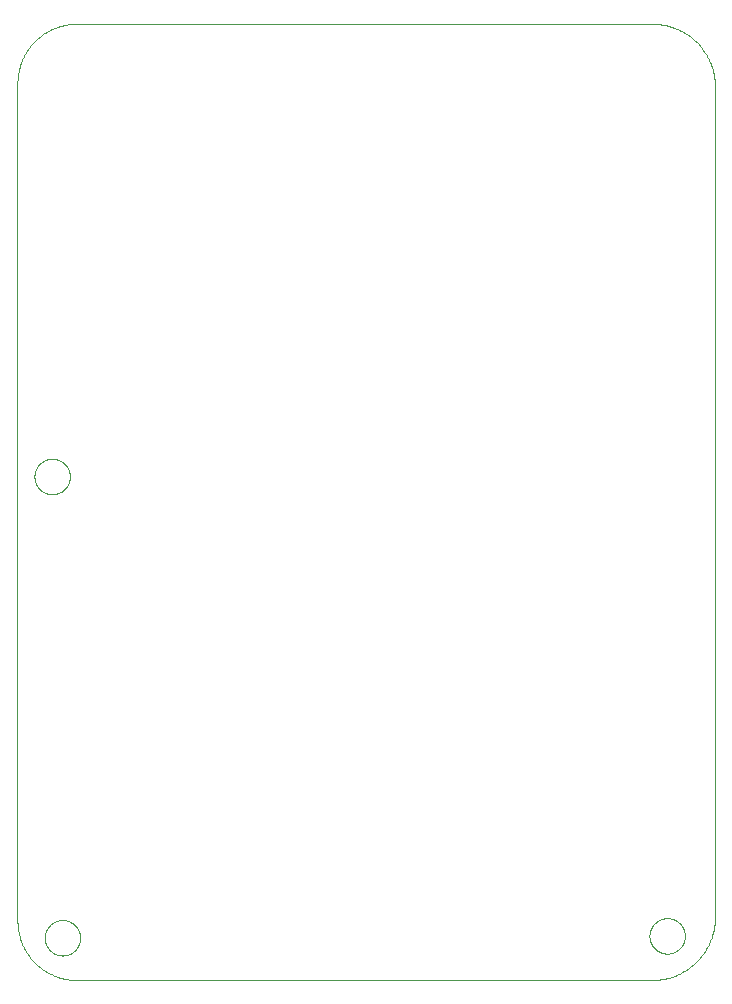
<source format=gko>
G75*
%MOIN*%
%OFA0B0*%
%FSLAX25Y25*%
%IPPOS*%
%LPD*%
%AMOC8*
5,1,8,0,0,1.08239X$1,22.5*
%
%ADD10C,0.00000*%
D10*
X0001000Y0020722D02*
X0001000Y0300063D01*
X0001006Y0300539D01*
X0001023Y0301014D01*
X0001052Y0301489D01*
X0001092Y0301963D01*
X0001144Y0302436D01*
X0001207Y0302907D01*
X0001281Y0303377D01*
X0001367Y0303845D01*
X0001464Y0304311D01*
X0001572Y0304774D01*
X0001691Y0305234D01*
X0001822Y0305692D01*
X0001963Y0306146D01*
X0002116Y0306597D01*
X0002279Y0307043D01*
X0002453Y0307486D01*
X0002638Y0307924D01*
X0002833Y0308358D01*
X0003039Y0308787D01*
X0003255Y0309211D01*
X0003481Y0309630D01*
X0003717Y0310043D01*
X0003963Y0310450D01*
X0004219Y0310851D01*
X0004485Y0311245D01*
X0004760Y0311634D01*
X0005044Y0312015D01*
X0005337Y0312389D01*
X0005639Y0312757D01*
X0005951Y0313117D01*
X0006270Y0313469D01*
X0006598Y0313813D01*
X0006935Y0314150D01*
X0007279Y0314478D01*
X0007631Y0314797D01*
X0007991Y0315109D01*
X0008359Y0315411D01*
X0008733Y0315704D01*
X0009114Y0315988D01*
X0009503Y0316263D01*
X0009897Y0316529D01*
X0010298Y0316785D01*
X0010705Y0317031D01*
X0011118Y0317267D01*
X0011537Y0317493D01*
X0011961Y0317709D01*
X0012390Y0317915D01*
X0012824Y0318110D01*
X0013262Y0318295D01*
X0013705Y0318469D01*
X0014151Y0318632D01*
X0014602Y0318785D01*
X0015056Y0318926D01*
X0015514Y0319057D01*
X0015974Y0319176D01*
X0016437Y0319284D01*
X0016903Y0319381D01*
X0017371Y0319467D01*
X0017841Y0319541D01*
X0018312Y0319604D01*
X0018785Y0319656D01*
X0019259Y0319696D01*
X0019734Y0319725D01*
X0020209Y0319742D01*
X0020685Y0319748D01*
X0211266Y0319748D01*
X0211772Y0319772D01*
X0212279Y0319784D01*
X0212786Y0319783D01*
X0213292Y0319771D01*
X0213799Y0319746D01*
X0214304Y0319709D01*
X0214808Y0319659D01*
X0215311Y0319598D01*
X0215813Y0319524D01*
X0216312Y0319439D01*
X0216810Y0319341D01*
X0217304Y0319231D01*
X0217796Y0319109D01*
X0218285Y0318976D01*
X0218771Y0318831D01*
X0219253Y0318674D01*
X0219731Y0318505D01*
X0220204Y0318325D01*
X0220674Y0318133D01*
X0221138Y0317931D01*
X0221597Y0317717D01*
X0222052Y0317492D01*
X0222500Y0317256D01*
X0222943Y0317009D01*
X0223380Y0316752D01*
X0223810Y0316484D01*
X0224234Y0316206D01*
X0224650Y0315918D01*
X0225060Y0315620D01*
X0225463Y0315312D01*
X0225858Y0314994D01*
X0226245Y0314667D01*
X0226624Y0314331D01*
X0226995Y0313985D01*
X0227357Y0313631D01*
X0227711Y0313268D01*
X0228056Y0312897D01*
X0228391Y0312517D01*
X0228718Y0312129D01*
X0229035Y0311734D01*
X0229342Y0311331D01*
X0229640Y0310921D01*
X0229927Y0310504D01*
X0230205Y0310079D01*
X0230472Y0309649D01*
X0230728Y0309212D01*
X0230974Y0308768D01*
X0231210Y0308320D01*
X0231434Y0307865D01*
X0231647Y0307405D01*
X0231849Y0306941D01*
X0232040Y0306471D01*
X0232219Y0305997D01*
X0232387Y0305519D01*
X0232543Y0305037D01*
X0232688Y0304551D01*
X0232821Y0304062D01*
X0232941Y0303570D01*
X0233050Y0303075D01*
X0233147Y0302577D01*
X0233232Y0302078D01*
X0233305Y0301576D01*
X0233366Y0301073D01*
X0233414Y0300568D01*
X0233451Y0300063D01*
X0233451Y0020722D01*
X0211656Y0015725D02*
X0211658Y0015878D01*
X0211664Y0016032D01*
X0211674Y0016185D01*
X0211688Y0016337D01*
X0211706Y0016490D01*
X0211728Y0016641D01*
X0211753Y0016792D01*
X0211783Y0016943D01*
X0211817Y0017093D01*
X0211854Y0017241D01*
X0211895Y0017389D01*
X0211940Y0017535D01*
X0211989Y0017681D01*
X0212042Y0017825D01*
X0212098Y0017967D01*
X0212158Y0018108D01*
X0212222Y0018248D01*
X0212289Y0018386D01*
X0212360Y0018522D01*
X0212435Y0018656D01*
X0212512Y0018788D01*
X0212594Y0018918D01*
X0212678Y0019046D01*
X0212766Y0019172D01*
X0212857Y0019295D01*
X0212951Y0019416D01*
X0213049Y0019534D01*
X0213149Y0019650D01*
X0213253Y0019763D01*
X0213359Y0019874D01*
X0213468Y0019982D01*
X0213580Y0020087D01*
X0213694Y0020188D01*
X0213812Y0020287D01*
X0213931Y0020383D01*
X0214053Y0020476D01*
X0214178Y0020565D01*
X0214305Y0020652D01*
X0214434Y0020734D01*
X0214565Y0020814D01*
X0214698Y0020890D01*
X0214833Y0020963D01*
X0214970Y0021032D01*
X0215109Y0021097D01*
X0215249Y0021159D01*
X0215391Y0021217D01*
X0215534Y0021272D01*
X0215679Y0021323D01*
X0215825Y0021370D01*
X0215972Y0021413D01*
X0216120Y0021452D01*
X0216269Y0021488D01*
X0216419Y0021519D01*
X0216570Y0021547D01*
X0216721Y0021571D01*
X0216874Y0021591D01*
X0217026Y0021607D01*
X0217179Y0021619D01*
X0217332Y0021627D01*
X0217485Y0021631D01*
X0217639Y0021631D01*
X0217792Y0021627D01*
X0217945Y0021619D01*
X0218098Y0021607D01*
X0218250Y0021591D01*
X0218403Y0021571D01*
X0218554Y0021547D01*
X0218705Y0021519D01*
X0218855Y0021488D01*
X0219004Y0021452D01*
X0219152Y0021413D01*
X0219299Y0021370D01*
X0219445Y0021323D01*
X0219590Y0021272D01*
X0219733Y0021217D01*
X0219875Y0021159D01*
X0220015Y0021097D01*
X0220154Y0021032D01*
X0220291Y0020963D01*
X0220426Y0020890D01*
X0220559Y0020814D01*
X0220690Y0020734D01*
X0220819Y0020652D01*
X0220946Y0020565D01*
X0221071Y0020476D01*
X0221193Y0020383D01*
X0221312Y0020287D01*
X0221430Y0020188D01*
X0221544Y0020087D01*
X0221656Y0019982D01*
X0221765Y0019874D01*
X0221871Y0019763D01*
X0221975Y0019650D01*
X0222075Y0019534D01*
X0222173Y0019416D01*
X0222267Y0019295D01*
X0222358Y0019172D01*
X0222446Y0019046D01*
X0222530Y0018918D01*
X0222612Y0018788D01*
X0222689Y0018656D01*
X0222764Y0018522D01*
X0222835Y0018386D01*
X0222902Y0018248D01*
X0222966Y0018108D01*
X0223026Y0017967D01*
X0223082Y0017825D01*
X0223135Y0017681D01*
X0223184Y0017535D01*
X0223229Y0017389D01*
X0223270Y0017241D01*
X0223307Y0017093D01*
X0223341Y0016943D01*
X0223371Y0016792D01*
X0223396Y0016641D01*
X0223418Y0016490D01*
X0223436Y0016337D01*
X0223450Y0016185D01*
X0223460Y0016032D01*
X0223466Y0015878D01*
X0223468Y0015725D01*
X0223466Y0015572D01*
X0223460Y0015418D01*
X0223450Y0015265D01*
X0223436Y0015113D01*
X0223418Y0014960D01*
X0223396Y0014809D01*
X0223371Y0014658D01*
X0223341Y0014507D01*
X0223307Y0014357D01*
X0223270Y0014209D01*
X0223229Y0014061D01*
X0223184Y0013915D01*
X0223135Y0013769D01*
X0223082Y0013625D01*
X0223026Y0013483D01*
X0222966Y0013342D01*
X0222902Y0013202D01*
X0222835Y0013064D01*
X0222764Y0012928D01*
X0222689Y0012794D01*
X0222612Y0012662D01*
X0222530Y0012532D01*
X0222446Y0012404D01*
X0222358Y0012278D01*
X0222267Y0012155D01*
X0222173Y0012034D01*
X0222075Y0011916D01*
X0221975Y0011800D01*
X0221871Y0011687D01*
X0221765Y0011576D01*
X0221656Y0011468D01*
X0221544Y0011363D01*
X0221430Y0011262D01*
X0221312Y0011163D01*
X0221193Y0011067D01*
X0221071Y0010974D01*
X0220946Y0010885D01*
X0220819Y0010798D01*
X0220690Y0010716D01*
X0220559Y0010636D01*
X0220426Y0010560D01*
X0220291Y0010487D01*
X0220154Y0010418D01*
X0220015Y0010353D01*
X0219875Y0010291D01*
X0219733Y0010233D01*
X0219590Y0010178D01*
X0219445Y0010127D01*
X0219299Y0010080D01*
X0219152Y0010037D01*
X0219004Y0009998D01*
X0218855Y0009962D01*
X0218705Y0009931D01*
X0218554Y0009903D01*
X0218403Y0009879D01*
X0218250Y0009859D01*
X0218098Y0009843D01*
X0217945Y0009831D01*
X0217792Y0009823D01*
X0217639Y0009819D01*
X0217485Y0009819D01*
X0217332Y0009823D01*
X0217179Y0009831D01*
X0217026Y0009843D01*
X0216874Y0009859D01*
X0216721Y0009879D01*
X0216570Y0009903D01*
X0216419Y0009931D01*
X0216269Y0009962D01*
X0216120Y0009998D01*
X0215972Y0010037D01*
X0215825Y0010080D01*
X0215679Y0010127D01*
X0215534Y0010178D01*
X0215391Y0010233D01*
X0215249Y0010291D01*
X0215109Y0010353D01*
X0214970Y0010418D01*
X0214833Y0010487D01*
X0214698Y0010560D01*
X0214565Y0010636D01*
X0214434Y0010716D01*
X0214305Y0010798D01*
X0214178Y0010885D01*
X0214053Y0010974D01*
X0213931Y0011067D01*
X0213812Y0011163D01*
X0213694Y0011262D01*
X0213580Y0011363D01*
X0213468Y0011468D01*
X0213359Y0011576D01*
X0213253Y0011687D01*
X0213149Y0011800D01*
X0213049Y0011916D01*
X0212951Y0012034D01*
X0212857Y0012155D01*
X0212766Y0012278D01*
X0212678Y0012404D01*
X0212594Y0012532D01*
X0212512Y0012662D01*
X0212435Y0012794D01*
X0212360Y0012928D01*
X0212289Y0013064D01*
X0212222Y0013202D01*
X0212158Y0013342D01*
X0212098Y0013483D01*
X0212042Y0013625D01*
X0211989Y0013769D01*
X0211940Y0013915D01*
X0211895Y0014061D01*
X0211854Y0014209D01*
X0211817Y0014357D01*
X0211783Y0014507D01*
X0211753Y0014658D01*
X0211728Y0014809D01*
X0211706Y0014960D01*
X0211688Y0015113D01*
X0211674Y0015265D01*
X0211664Y0015418D01*
X0211658Y0015572D01*
X0211656Y0015725D01*
X0211266Y0001037D02*
X0211780Y0001013D01*
X0212295Y0001001D01*
X0212809Y0001002D01*
X0213324Y0001016D01*
X0213838Y0001042D01*
X0214351Y0001080D01*
X0214863Y0001132D01*
X0215374Y0001196D01*
X0215883Y0001272D01*
X0216390Y0001361D01*
X0216895Y0001462D01*
X0217397Y0001576D01*
X0217896Y0001702D01*
X0218392Y0001840D01*
X0218884Y0001990D01*
X0219373Y0002152D01*
X0219857Y0002327D01*
X0220337Y0002513D01*
X0220812Y0002711D01*
X0221282Y0002920D01*
X0221747Y0003141D01*
X0222206Y0003373D01*
X0222660Y0003616D01*
X0223107Y0003871D01*
X0223548Y0004136D01*
X0223983Y0004412D01*
X0224410Y0004699D01*
X0224831Y0004996D01*
X0225243Y0005304D01*
X0225649Y0005621D01*
X0226046Y0005948D01*
X0226435Y0006285D01*
X0226816Y0006631D01*
X0227188Y0006987D01*
X0227551Y0007352D01*
X0227906Y0007725D01*
X0228251Y0008107D01*
X0228586Y0008497D01*
X0228912Y0008896D01*
X0229228Y0009302D01*
X0229534Y0009716D01*
X0229830Y0010137D01*
X0230115Y0010566D01*
X0230390Y0011001D01*
X0230653Y0011443D01*
X0230906Y0011891D01*
X0231148Y0012346D01*
X0231379Y0012806D01*
X0231598Y0013271D01*
X0231806Y0013742D01*
X0232002Y0014218D01*
X0232186Y0014699D01*
X0232359Y0015184D01*
X0232520Y0015673D01*
X0232668Y0016166D01*
X0232805Y0016662D01*
X0232929Y0017161D01*
X0233041Y0017664D01*
X0233140Y0018169D01*
X0233227Y0018676D01*
X0233302Y0019185D01*
X0233364Y0019696D01*
X0233414Y0020209D01*
X0233451Y0020722D01*
X0211266Y0001037D02*
X0020685Y0001037D01*
X0010094Y0015100D02*
X0010096Y0015253D01*
X0010102Y0015407D01*
X0010112Y0015560D01*
X0010126Y0015712D01*
X0010144Y0015865D01*
X0010166Y0016016D01*
X0010191Y0016167D01*
X0010221Y0016318D01*
X0010255Y0016468D01*
X0010292Y0016616D01*
X0010333Y0016764D01*
X0010378Y0016910D01*
X0010427Y0017056D01*
X0010480Y0017200D01*
X0010536Y0017342D01*
X0010596Y0017483D01*
X0010660Y0017623D01*
X0010727Y0017761D01*
X0010798Y0017897D01*
X0010873Y0018031D01*
X0010950Y0018163D01*
X0011032Y0018293D01*
X0011116Y0018421D01*
X0011204Y0018547D01*
X0011295Y0018670D01*
X0011389Y0018791D01*
X0011487Y0018909D01*
X0011587Y0019025D01*
X0011691Y0019138D01*
X0011797Y0019249D01*
X0011906Y0019357D01*
X0012018Y0019462D01*
X0012132Y0019563D01*
X0012250Y0019662D01*
X0012369Y0019758D01*
X0012491Y0019851D01*
X0012616Y0019940D01*
X0012743Y0020027D01*
X0012872Y0020109D01*
X0013003Y0020189D01*
X0013136Y0020265D01*
X0013271Y0020338D01*
X0013408Y0020407D01*
X0013547Y0020472D01*
X0013687Y0020534D01*
X0013829Y0020592D01*
X0013972Y0020647D01*
X0014117Y0020698D01*
X0014263Y0020745D01*
X0014410Y0020788D01*
X0014558Y0020827D01*
X0014707Y0020863D01*
X0014857Y0020894D01*
X0015008Y0020922D01*
X0015159Y0020946D01*
X0015312Y0020966D01*
X0015464Y0020982D01*
X0015617Y0020994D01*
X0015770Y0021002D01*
X0015923Y0021006D01*
X0016077Y0021006D01*
X0016230Y0021002D01*
X0016383Y0020994D01*
X0016536Y0020982D01*
X0016688Y0020966D01*
X0016841Y0020946D01*
X0016992Y0020922D01*
X0017143Y0020894D01*
X0017293Y0020863D01*
X0017442Y0020827D01*
X0017590Y0020788D01*
X0017737Y0020745D01*
X0017883Y0020698D01*
X0018028Y0020647D01*
X0018171Y0020592D01*
X0018313Y0020534D01*
X0018453Y0020472D01*
X0018592Y0020407D01*
X0018729Y0020338D01*
X0018864Y0020265D01*
X0018997Y0020189D01*
X0019128Y0020109D01*
X0019257Y0020027D01*
X0019384Y0019940D01*
X0019509Y0019851D01*
X0019631Y0019758D01*
X0019750Y0019662D01*
X0019868Y0019563D01*
X0019982Y0019462D01*
X0020094Y0019357D01*
X0020203Y0019249D01*
X0020309Y0019138D01*
X0020413Y0019025D01*
X0020513Y0018909D01*
X0020611Y0018791D01*
X0020705Y0018670D01*
X0020796Y0018547D01*
X0020884Y0018421D01*
X0020968Y0018293D01*
X0021050Y0018163D01*
X0021127Y0018031D01*
X0021202Y0017897D01*
X0021273Y0017761D01*
X0021340Y0017623D01*
X0021404Y0017483D01*
X0021464Y0017342D01*
X0021520Y0017200D01*
X0021573Y0017056D01*
X0021622Y0016910D01*
X0021667Y0016764D01*
X0021708Y0016616D01*
X0021745Y0016468D01*
X0021779Y0016318D01*
X0021809Y0016167D01*
X0021834Y0016016D01*
X0021856Y0015865D01*
X0021874Y0015712D01*
X0021888Y0015560D01*
X0021898Y0015407D01*
X0021904Y0015253D01*
X0021906Y0015100D01*
X0021904Y0014947D01*
X0021898Y0014793D01*
X0021888Y0014640D01*
X0021874Y0014488D01*
X0021856Y0014335D01*
X0021834Y0014184D01*
X0021809Y0014033D01*
X0021779Y0013882D01*
X0021745Y0013732D01*
X0021708Y0013584D01*
X0021667Y0013436D01*
X0021622Y0013290D01*
X0021573Y0013144D01*
X0021520Y0013000D01*
X0021464Y0012858D01*
X0021404Y0012717D01*
X0021340Y0012577D01*
X0021273Y0012439D01*
X0021202Y0012303D01*
X0021127Y0012169D01*
X0021050Y0012037D01*
X0020968Y0011907D01*
X0020884Y0011779D01*
X0020796Y0011653D01*
X0020705Y0011530D01*
X0020611Y0011409D01*
X0020513Y0011291D01*
X0020413Y0011175D01*
X0020309Y0011062D01*
X0020203Y0010951D01*
X0020094Y0010843D01*
X0019982Y0010738D01*
X0019868Y0010637D01*
X0019750Y0010538D01*
X0019631Y0010442D01*
X0019509Y0010349D01*
X0019384Y0010260D01*
X0019257Y0010173D01*
X0019128Y0010091D01*
X0018997Y0010011D01*
X0018864Y0009935D01*
X0018729Y0009862D01*
X0018592Y0009793D01*
X0018453Y0009728D01*
X0018313Y0009666D01*
X0018171Y0009608D01*
X0018028Y0009553D01*
X0017883Y0009502D01*
X0017737Y0009455D01*
X0017590Y0009412D01*
X0017442Y0009373D01*
X0017293Y0009337D01*
X0017143Y0009306D01*
X0016992Y0009278D01*
X0016841Y0009254D01*
X0016688Y0009234D01*
X0016536Y0009218D01*
X0016383Y0009206D01*
X0016230Y0009198D01*
X0016077Y0009194D01*
X0015923Y0009194D01*
X0015770Y0009198D01*
X0015617Y0009206D01*
X0015464Y0009218D01*
X0015312Y0009234D01*
X0015159Y0009254D01*
X0015008Y0009278D01*
X0014857Y0009306D01*
X0014707Y0009337D01*
X0014558Y0009373D01*
X0014410Y0009412D01*
X0014263Y0009455D01*
X0014117Y0009502D01*
X0013972Y0009553D01*
X0013829Y0009608D01*
X0013687Y0009666D01*
X0013547Y0009728D01*
X0013408Y0009793D01*
X0013271Y0009862D01*
X0013136Y0009935D01*
X0013003Y0010011D01*
X0012872Y0010091D01*
X0012743Y0010173D01*
X0012616Y0010260D01*
X0012491Y0010349D01*
X0012369Y0010442D01*
X0012250Y0010538D01*
X0012132Y0010637D01*
X0012018Y0010738D01*
X0011906Y0010843D01*
X0011797Y0010951D01*
X0011691Y0011062D01*
X0011587Y0011175D01*
X0011487Y0011291D01*
X0011389Y0011409D01*
X0011295Y0011530D01*
X0011204Y0011653D01*
X0011116Y0011779D01*
X0011032Y0011907D01*
X0010950Y0012037D01*
X0010873Y0012169D01*
X0010798Y0012303D01*
X0010727Y0012439D01*
X0010660Y0012577D01*
X0010596Y0012717D01*
X0010536Y0012858D01*
X0010480Y0013000D01*
X0010427Y0013144D01*
X0010378Y0013290D01*
X0010333Y0013436D01*
X0010292Y0013584D01*
X0010255Y0013732D01*
X0010221Y0013882D01*
X0010191Y0014033D01*
X0010166Y0014184D01*
X0010144Y0014335D01*
X0010126Y0014488D01*
X0010112Y0014640D01*
X0010102Y0014793D01*
X0010096Y0014947D01*
X0010094Y0015100D01*
X0001000Y0020722D02*
X0001006Y0020246D01*
X0001023Y0019771D01*
X0001052Y0019296D01*
X0001092Y0018822D01*
X0001144Y0018349D01*
X0001207Y0017878D01*
X0001281Y0017408D01*
X0001367Y0016940D01*
X0001464Y0016474D01*
X0001572Y0016011D01*
X0001691Y0015551D01*
X0001822Y0015093D01*
X0001963Y0014639D01*
X0002116Y0014188D01*
X0002279Y0013742D01*
X0002453Y0013299D01*
X0002638Y0012861D01*
X0002833Y0012427D01*
X0003039Y0011998D01*
X0003255Y0011574D01*
X0003481Y0011155D01*
X0003717Y0010742D01*
X0003963Y0010335D01*
X0004219Y0009934D01*
X0004485Y0009540D01*
X0004760Y0009151D01*
X0005044Y0008770D01*
X0005337Y0008396D01*
X0005639Y0008028D01*
X0005951Y0007668D01*
X0006270Y0007316D01*
X0006598Y0006972D01*
X0006935Y0006635D01*
X0007279Y0006307D01*
X0007631Y0005988D01*
X0007991Y0005676D01*
X0008359Y0005374D01*
X0008733Y0005081D01*
X0009114Y0004797D01*
X0009503Y0004522D01*
X0009897Y0004256D01*
X0010298Y0004000D01*
X0010705Y0003754D01*
X0011118Y0003518D01*
X0011537Y0003292D01*
X0011961Y0003076D01*
X0012390Y0002870D01*
X0012824Y0002675D01*
X0013262Y0002490D01*
X0013705Y0002316D01*
X0014151Y0002153D01*
X0014602Y0002000D01*
X0015056Y0001859D01*
X0015514Y0001728D01*
X0015974Y0001609D01*
X0016437Y0001501D01*
X0016903Y0001404D01*
X0017371Y0001318D01*
X0017841Y0001244D01*
X0018312Y0001181D01*
X0018785Y0001129D01*
X0019259Y0001089D01*
X0019734Y0001060D01*
X0020209Y0001043D01*
X0020685Y0001037D01*
X0006656Y0168850D02*
X0006658Y0169003D01*
X0006664Y0169157D01*
X0006674Y0169310D01*
X0006688Y0169462D01*
X0006706Y0169615D01*
X0006728Y0169766D01*
X0006753Y0169917D01*
X0006783Y0170068D01*
X0006817Y0170218D01*
X0006854Y0170366D01*
X0006895Y0170514D01*
X0006940Y0170660D01*
X0006989Y0170806D01*
X0007042Y0170950D01*
X0007098Y0171092D01*
X0007158Y0171233D01*
X0007222Y0171373D01*
X0007289Y0171511D01*
X0007360Y0171647D01*
X0007435Y0171781D01*
X0007512Y0171913D01*
X0007594Y0172043D01*
X0007678Y0172171D01*
X0007766Y0172297D01*
X0007857Y0172420D01*
X0007951Y0172541D01*
X0008049Y0172659D01*
X0008149Y0172775D01*
X0008253Y0172888D01*
X0008359Y0172999D01*
X0008468Y0173107D01*
X0008580Y0173212D01*
X0008694Y0173313D01*
X0008812Y0173412D01*
X0008931Y0173508D01*
X0009053Y0173601D01*
X0009178Y0173690D01*
X0009305Y0173777D01*
X0009434Y0173859D01*
X0009565Y0173939D01*
X0009698Y0174015D01*
X0009833Y0174088D01*
X0009970Y0174157D01*
X0010109Y0174222D01*
X0010249Y0174284D01*
X0010391Y0174342D01*
X0010534Y0174397D01*
X0010679Y0174448D01*
X0010825Y0174495D01*
X0010972Y0174538D01*
X0011120Y0174577D01*
X0011269Y0174613D01*
X0011419Y0174644D01*
X0011570Y0174672D01*
X0011721Y0174696D01*
X0011874Y0174716D01*
X0012026Y0174732D01*
X0012179Y0174744D01*
X0012332Y0174752D01*
X0012485Y0174756D01*
X0012639Y0174756D01*
X0012792Y0174752D01*
X0012945Y0174744D01*
X0013098Y0174732D01*
X0013250Y0174716D01*
X0013403Y0174696D01*
X0013554Y0174672D01*
X0013705Y0174644D01*
X0013855Y0174613D01*
X0014004Y0174577D01*
X0014152Y0174538D01*
X0014299Y0174495D01*
X0014445Y0174448D01*
X0014590Y0174397D01*
X0014733Y0174342D01*
X0014875Y0174284D01*
X0015015Y0174222D01*
X0015154Y0174157D01*
X0015291Y0174088D01*
X0015426Y0174015D01*
X0015559Y0173939D01*
X0015690Y0173859D01*
X0015819Y0173777D01*
X0015946Y0173690D01*
X0016071Y0173601D01*
X0016193Y0173508D01*
X0016312Y0173412D01*
X0016430Y0173313D01*
X0016544Y0173212D01*
X0016656Y0173107D01*
X0016765Y0172999D01*
X0016871Y0172888D01*
X0016975Y0172775D01*
X0017075Y0172659D01*
X0017173Y0172541D01*
X0017267Y0172420D01*
X0017358Y0172297D01*
X0017446Y0172171D01*
X0017530Y0172043D01*
X0017612Y0171913D01*
X0017689Y0171781D01*
X0017764Y0171647D01*
X0017835Y0171511D01*
X0017902Y0171373D01*
X0017966Y0171233D01*
X0018026Y0171092D01*
X0018082Y0170950D01*
X0018135Y0170806D01*
X0018184Y0170660D01*
X0018229Y0170514D01*
X0018270Y0170366D01*
X0018307Y0170218D01*
X0018341Y0170068D01*
X0018371Y0169917D01*
X0018396Y0169766D01*
X0018418Y0169615D01*
X0018436Y0169462D01*
X0018450Y0169310D01*
X0018460Y0169157D01*
X0018466Y0169003D01*
X0018468Y0168850D01*
X0018466Y0168697D01*
X0018460Y0168543D01*
X0018450Y0168390D01*
X0018436Y0168238D01*
X0018418Y0168085D01*
X0018396Y0167934D01*
X0018371Y0167783D01*
X0018341Y0167632D01*
X0018307Y0167482D01*
X0018270Y0167334D01*
X0018229Y0167186D01*
X0018184Y0167040D01*
X0018135Y0166894D01*
X0018082Y0166750D01*
X0018026Y0166608D01*
X0017966Y0166467D01*
X0017902Y0166327D01*
X0017835Y0166189D01*
X0017764Y0166053D01*
X0017689Y0165919D01*
X0017612Y0165787D01*
X0017530Y0165657D01*
X0017446Y0165529D01*
X0017358Y0165403D01*
X0017267Y0165280D01*
X0017173Y0165159D01*
X0017075Y0165041D01*
X0016975Y0164925D01*
X0016871Y0164812D01*
X0016765Y0164701D01*
X0016656Y0164593D01*
X0016544Y0164488D01*
X0016430Y0164387D01*
X0016312Y0164288D01*
X0016193Y0164192D01*
X0016071Y0164099D01*
X0015946Y0164010D01*
X0015819Y0163923D01*
X0015690Y0163841D01*
X0015559Y0163761D01*
X0015426Y0163685D01*
X0015291Y0163612D01*
X0015154Y0163543D01*
X0015015Y0163478D01*
X0014875Y0163416D01*
X0014733Y0163358D01*
X0014590Y0163303D01*
X0014445Y0163252D01*
X0014299Y0163205D01*
X0014152Y0163162D01*
X0014004Y0163123D01*
X0013855Y0163087D01*
X0013705Y0163056D01*
X0013554Y0163028D01*
X0013403Y0163004D01*
X0013250Y0162984D01*
X0013098Y0162968D01*
X0012945Y0162956D01*
X0012792Y0162948D01*
X0012639Y0162944D01*
X0012485Y0162944D01*
X0012332Y0162948D01*
X0012179Y0162956D01*
X0012026Y0162968D01*
X0011874Y0162984D01*
X0011721Y0163004D01*
X0011570Y0163028D01*
X0011419Y0163056D01*
X0011269Y0163087D01*
X0011120Y0163123D01*
X0010972Y0163162D01*
X0010825Y0163205D01*
X0010679Y0163252D01*
X0010534Y0163303D01*
X0010391Y0163358D01*
X0010249Y0163416D01*
X0010109Y0163478D01*
X0009970Y0163543D01*
X0009833Y0163612D01*
X0009698Y0163685D01*
X0009565Y0163761D01*
X0009434Y0163841D01*
X0009305Y0163923D01*
X0009178Y0164010D01*
X0009053Y0164099D01*
X0008931Y0164192D01*
X0008812Y0164288D01*
X0008694Y0164387D01*
X0008580Y0164488D01*
X0008468Y0164593D01*
X0008359Y0164701D01*
X0008253Y0164812D01*
X0008149Y0164925D01*
X0008049Y0165041D01*
X0007951Y0165159D01*
X0007857Y0165280D01*
X0007766Y0165403D01*
X0007678Y0165529D01*
X0007594Y0165657D01*
X0007512Y0165787D01*
X0007435Y0165919D01*
X0007360Y0166053D01*
X0007289Y0166189D01*
X0007222Y0166327D01*
X0007158Y0166467D01*
X0007098Y0166608D01*
X0007042Y0166750D01*
X0006989Y0166894D01*
X0006940Y0167040D01*
X0006895Y0167186D01*
X0006854Y0167334D01*
X0006817Y0167482D01*
X0006783Y0167632D01*
X0006753Y0167783D01*
X0006728Y0167934D01*
X0006706Y0168085D01*
X0006688Y0168238D01*
X0006674Y0168390D01*
X0006664Y0168543D01*
X0006658Y0168697D01*
X0006656Y0168850D01*
M02*

</source>
